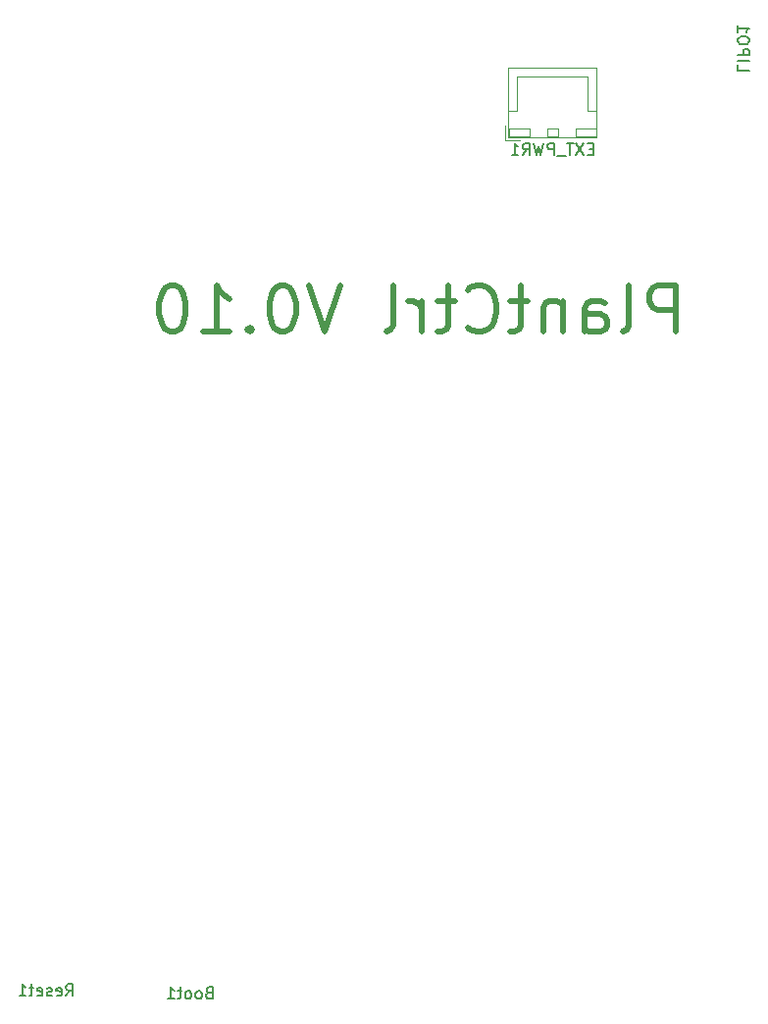
<source format=gbr>
G04 #@! TF.GenerationSoftware,KiCad,Pcbnew,5.1.10*
G04 #@! TF.CreationDate,2021-06-10T23:09:58+02:00*
G04 #@! TF.ProjectId,PlantCtrlESP32,506c616e-7443-4747-926c-45535033322e,rev?*
G04 #@! TF.SameCoordinates,Original*
G04 #@! TF.FileFunction,Legend,Bot*
G04 #@! TF.FilePolarity,Positive*
%FSLAX46Y46*%
G04 Gerber Fmt 4.6, Leading zero omitted, Abs format (unit mm)*
G04 Created by KiCad (PCBNEW 5.1.10) date 2021-06-10 23:09:58*
%MOMM*%
%LPD*%
G01*
G04 APERTURE LIST*
%ADD10C,0.500000*%
%ADD11C,0.120000*%
%ADD12C,0.150000*%
G04 APERTURE END LIST*
D10*
X237963476Y-80549523D02*
X237963476Y-76549523D01*
X236439666Y-76549523D01*
X236058714Y-76740000D01*
X235868238Y-76930476D01*
X235677761Y-77311428D01*
X235677761Y-77882857D01*
X235868238Y-78263809D01*
X236058714Y-78454285D01*
X236439666Y-78644761D01*
X237963476Y-78644761D01*
X233392047Y-80549523D02*
X233773000Y-80359047D01*
X233963476Y-79978095D01*
X233963476Y-76549523D01*
X230153952Y-80549523D02*
X230153952Y-78454285D01*
X230344428Y-78073333D01*
X230725380Y-77882857D01*
X231487285Y-77882857D01*
X231868238Y-78073333D01*
X230153952Y-80359047D02*
X230534904Y-80549523D01*
X231487285Y-80549523D01*
X231868238Y-80359047D01*
X232058714Y-79978095D01*
X232058714Y-79597142D01*
X231868238Y-79216190D01*
X231487285Y-79025714D01*
X230534904Y-79025714D01*
X230153952Y-78835238D01*
X228249190Y-77882857D02*
X228249190Y-80549523D01*
X228249190Y-78263809D02*
X228058714Y-78073333D01*
X227677761Y-77882857D01*
X227106333Y-77882857D01*
X226725380Y-78073333D01*
X226534904Y-78454285D01*
X226534904Y-80549523D01*
X225201571Y-77882857D02*
X223677761Y-77882857D01*
X224630142Y-76549523D02*
X224630142Y-79978095D01*
X224439666Y-80359047D01*
X224058714Y-80549523D01*
X223677761Y-80549523D01*
X220058714Y-80168571D02*
X220249190Y-80359047D01*
X220820619Y-80549523D01*
X221201571Y-80549523D01*
X221773000Y-80359047D01*
X222153952Y-79978095D01*
X222344428Y-79597142D01*
X222534904Y-78835238D01*
X222534904Y-78263809D01*
X222344428Y-77501904D01*
X222153952Y-77120952D01*
X221773000Y-76740000D01*
X221201571Y-76549523D01*
X220820619Y-76549523D01*
X220249190Y-76740000D01*
X220058714Y-76930476D01*
X218915857Y-77882857D02*
X217392047Y-77882857D01*
X218344428Y-76549523D02*
X218344428Y-79978095D01*
X218153952Y-80359047D01*
X217773000Y-80549523D01*
X217392047Y-80549523D01*
X216058714Y-80549523D02*
X216058714Y-77882857D01*
X216058714Y-78644761D02*
X215868238Y-78263809D01*
X215677761Y-78073333D01*
X215296809Y-77882857D01*
X214915857Y-77882857D01*
X213011095Y-80549523D02*
X213392047Y-80359047D01*
X213582523Y-79978095D01*
X213582523Y-76549523D01*
X209011095Y-76549523D02*
X207677761Y-80549523D01*
X206344428Y-76549523D01*
X204249190Y-76549523D02*
X203868238Y-76549523D01*
X203487285Y-76740000D01*
X203296809Y-76930476D01*
X203106333Y-77311428D01*
X202915857Y-78073333D01*
X202915857Y-79025714D01*
X203106333Y-79787619D01*
X203296809Y-80168571D01*
X203487285Y-80359047D01*
X203868238Y-80549523D01*
X204249190Y-80549523D01*
X204630142Y-80359047D01*
X204820619Y-80168571D01*
X205011095Y-79787619D01*
X205201571Y-79025714D01*
X205201571Y-78073333D01*
X205011095Y-77311428D01*
X204820619Y-76930476D01*
X204630142Y-76740000D01*
X204249190Y-76549523D01*
X201201571Y-80168571D02*
X201011095Y-80359047D01*
X201201571Y-80549523D01*
X201392047Y-80359047D01*
X201201571Y-80168571D01*
X201201571Y-80549523D01*
X197201571Y-80549523D02*
X199487285Y-80549523D01*
X198344428Y-80549523D02*
X198344428Y-76549523D01*
X198725380Y-77120952D01*
X199106333Y-77501904D01*
X199487285Y-77692380D01*
X194725380Y-76549523D02*
X194344428Y-76549523D01*
X193963476Y-76740000D01*
X193773000Y-76930476D01*
X193582523Y-77311428D01*
X193392047Y-78073333D01*
X193392047Y-79025714D01*
X193582523Y-79787619D01*
X193773000Y-80168571D01*
X193963476Y-80359047D01*
X194344428Y-80549523D01*
X194725380Y-80549523D01*
X195106333Y-80359047D01*
X195296809Y-80168571D01*
X195487285Y-79787619D01*
X195677761Y-79025714D01*
X195677761Y-78073333D01*
X195487285Y-77311428D01*
X195296809Y-76930476D01*
X195106333Y-76740000D01*
X194725380Y-76549523D01*
D11*
X223260800Y-64014800D02*
X223260800Y-62764800D01*
X224510800Y-64014800D02*
X223260800Y-64014800D01*
X230410800Y-58514800D02*
X227360800Y-58514800D01*
X230410800Y-61464800D02*
X230410800Y-58514800D01*
X231160800Y-61464800D02*
X230410800Y-61464800D01*
X224310800Y-58514800D02*
X227360800Y-58514800D01*
X224310800Y-61464800D02*
X224310800Y-58514800D01*
X223560800Y-61464800D02*
X224310800Y-61464800D01*
X231160800Y-63714800D02*
X229360800Y-63714800D01*
X231160800Y-62964800D02*
X231160800Y-63714800D01*
X229360800Y-62964800D02*
X231160800Y-62964800D01*
X229360800Y-63714800D02*
X229360800Y-62964800D01*
X225360800Y-63714800D02*
X223560800Y-63714800D01*
X225360800Y-62964800D02*
X225360800Y-63714800D01*
X223560800Y-62964800D02*
X225360800Y-62964800D01*
X223560800Y-63714800D02*
X223560800Y-62964800D01*
X227860800Y-63714800D02*
X226860800Y-63714800D01*
X227860800Y-62964800D02*
X227860800Y-63714800D01*
X226860800Y-62964800D02*
X227860800Y-62964800D01*
X226860800Y-63714800D02*
X226860800Y-62964800D01*
X231170800Y-63724800D02*
X223550800Y-63724800D01*
X231170800Y-57754800D02*
X231170800Y-63724800D01*
X223550800Y-57754800D02*
X231170800Y-57754800D01*
X223550800Y-63724800D02*
X223550800Y-57754800D01*
D12*
X185356285Y-137866380D02*
X185689619Y-137390190D01*
X185927714Y-137866380D02*
X185927714Y-136866380D01*
X185546761Y-136866380D01*
X185451523Y-136914000D01*
X185403904Y-136961619D01*
X185356285Y-137056857D01*
X185356285Y-137199714D01*
X185403904Y-137294952D01*
X185451523Y-137342571D01*
X185546761Y-137390190D01*
X185927714Y-137390190D01*
X184546761Y-137818761D02*
X184642000Y-137866380D01*
X184832476Y-137866380D01*
X184927714Y-137818761D01*
X184975333Y-137723523D01*
X184975333Y-137342571D01*
X184927714Y-137247333D01*
X184832476Y-137199714D01*
X184642000Y-137199714D01*
X184546761Y-137247333D01*
X184499142Y-137342571D01*
X184499142Y-137437809D01*
X184975333Y-137533047D01*
X184118190Y-137818761D02*
X184022952Y-137866380D01*
X183832476Y-137866380D01*
X183737238Y-137818761D01*
X183689619Y-137723523D01*
X183689619Y-137675904D01*
X183737238Y-137580666D01*
X183832476Y-137533047D01*
X183975333Y-137533047D01*
X184070571Y-137485428D01*
X184118190Y-137390190D01*
X184118190Y-137342571D01*
X184070571Y-137247333D01*
X183975333Y-137199714D01*
X183832476Y-137199714D01*
X183737238Y-137247333D01*
X182880095Y-137818761D02*
X182975333Y-137866380D01*
X183165809Y-137866380D01*
X183261047Y-137818761D01*
X183308666Y-137723523D01*
X183308666Y-137342571D01*
X183261047Y-137247333D01*
X183165809Y-137199714D01*
X182975333Y-137199714D01*
X182880095Y-137247333D01*
X182832476Y-137342571D01*
X182832476Y-137437809D01*
X183308666Y-137533047D01*
X182546761Y-137199714D02*
X182165809Y-137199714D01*
X182403904Y-136866380D02*
X182403904Y-137723523D01*
X182356285Y-137818761D01*
X182261047Y-137866380D01*
X182165809Y-137866380D01*
X181308666Y-137866380D02*
X181880095Y-137866380D01*
X181594380Y-137866380D02*
X181594380Y-136866380D01*
X181689619Y-137009238D01*
X181784857Y-137104476D01*
X181880095Y-137152095D01*
X197683238Y-137596571D02*
X197540380Y-137644190D01*
X197492761Y-137691809D01*
X197445142Y-137787047D01*
X197445142Y-137929904D01*
X197492761Y-138025142D01*
X197540380Y-138072761D01*
X197635619Y-138120380D01*
X198016571Y-138120380D01*
X198016571Y-137120380D01*
X197683238Y-137120380D01*
X197588000Y-137168000D01*
X197540380Y-137215619D01*
X197492761Y-137310857D01*
X197492761Y-137406095D01*
X197540380Y-137501333D01*
X197588000Y-137548952D01*
X197683238Y-137596571D01*
X198016571Y-137596571D01*
X196873714Y-138120380D02*
X196968952Y-138072761D01*
X197016571Y-138025142D01*
X197064190Y-137929904D01*
X197064190Y-137644190D01*
X197016571Y-137548952D01*
X196968952Y-137501333D01*
X196873714Y-137453714D01*
X196730857Y-137453714D01*
X196635619Y-137501333D01*
X196588000Y-137548952D01*
X196540380Y-137644190D01*
X196540380Y-137929904D01*
X196588000Y-138025142D01*
X196635619Y-138072761D01*
X196730857Y-138120380D01*
X196873714Y-138120380D01*
X195968952Y-138120380D02*
X196064190Y-138072761D01*
X196111809Y-138025142D01*
X196159428Y-137929904D01*
X196159428Y-137644190D01*
X196111809Y-137548952D01*
X196064190Y-137501333D01*
X195968952Y-137453714D01*
X195826095Y-137453714D01*
X195730857Y-137501333D01*
X195683238Y-137548952D01*
X195635619Y-137644190D01*
X195635619Y-137929904D01*
X195683238Y-138025142D01*
X195730857Y-138072761D01*
X195826095Y-138120380D01*
X195968952Y-138120380D01*
X195349904Y-137453714D02*
X194968952Y-137453714D01*
X195207047Y-137120380D02*
X195207047Y-137977523D01*
X195159428Y-138072761D01*
X195064190Y-138120380D01*
X194968952Y-138120380D01*
X194111809Y-138120380D02*
X194683238Y-138120380D01*
X194397523Y-138120380D02*
X194397523Y-137120380D01*
X194492761Y-137263238D01*
X194588000Y-137358476D01*
X194683238Y-137406095D01*
X243336819Y-57486371D02*
X243336819Y-57962561D01*
X244336819Y-57962561D01*
X243336819Y-57153038D02*
X244336819Y-57153038D01*
X243336819Y-56676847D02*
X244336819Y-56676847D01*
X244336819Y-56295895D01*
X244289200Y-56200657D01*
X244241580Y-56153038D01*
X244146342Y-56105419D01*
X244003485Y-56105419D01*
X243908247Y-56153038D01*
X243860628Y-56200657D01*
X243813009Y-56295895D01*
X243813009Y-56676847D01*
X244336819Y-55486371D02*
X244336819Y-55295895D01*
X244289200Y-55200657D01*
X244193961Y-55105419D01*
X244003485Y-55057800D01*
X243670152Y-55057800D01*
X243479676Y-55105419D01*
X243384438Y-55200657D01*
X243336819Y-55295895D01*
X243336819Y-55486371D01*
X243384438Y-55581609D01*
X243479676Y-55676847D01*
X243670152Y-55724466D01*
X244003485Y-55724466D01*
X244193961Y-55676847D01*
X244289200Y-55581609D01*
X244336819Y-55486371D01*
X243336819Y-54105419D02*
X243336819Y-54676847D01*
X243336819Y-54391133D02*
X244336819Y-54391133D01*
X244193961Y-54486371D01*
X244098723Y-54581609D01*
X244051104Y-54676847D01*
X230860800Y-64743371D02*
X230527466Y-64743371D01*
X230384609Y-65267180D02*
X230860800Y-65267180D01*
X230860800Y-64267180D01*
X230384609Y-64267180D01*
X230051276Y-64267180D02*
X229384609Y-65267180D01*
X229384609Y-64267180D02*
X230051276Y-65267180D01*
X229146514Y-64267180D02*
X228575085Y-64267180D01*
X228860800Y-65267180D02*
X228860800Y-64267180D01*
X228479847Y-65362419D02*
X227717942Y-65362419D01*
X227479847Y-65267180D02*
X227479847Y-64267180D01*
X227098895Y-64267180D01*
X227003657Y-64314800D01*
X226956038Y-64362419D01*
X226908419Y-64457657D01*
X226908419Y-64600514D01*
X226956038Y-64695752D01*
X227003657Y-64743371D01*
X227098895Y-64790990D01*
X227479847Y-64790990D01*
X226575085Y-64267180D02*
X226336990Y-65267180D01*
X226146514Y-64552895D01*
X225956038Y-65267180D01*
X225717942Y-64267180D01*
X224765561Y-65267180D02*
X225098895Y-64790990D01*
X225336990Y-65267180D02*
X225336990Y-64267180D01*
X224956038Y-64267180D01*
X224860800Y-64314800D01*
X224813180Y-64362419D01*
X224765561Y-64457657D01*
X224765561Y-64600514D01*
X224813180Y-64695752D01*
X224860800Y-64743371D01*
X224956038Y-64790990D01*
X225336990Y-64790990D01*
X223813180Y-65267180D02*
X224384609Y-65267180D01*
X224098895Y-65267180D02*
X224098895Y-64267180D01*
X224194133Y-64410038D01*
X224289371Y-64505276D01*
X224384609Y-64552895D01*
M02*

</source>
